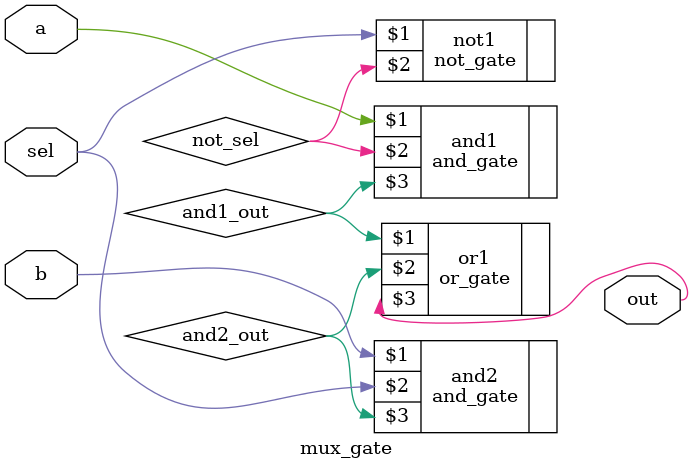
<source format=v>
module mux_gate(a, b, sel, out);
    input a, b, sel;
    output out;
    
    wire not_sel, and1_out, and2_out;
    not_gate not1(sel, not_sel);
    and_gate and1(a, not_sel, and1_out);
    and_gate and2(b, sel, and2_out);
    or_gate or1(and1_out, and2_out, out);
endmodule


</source>
